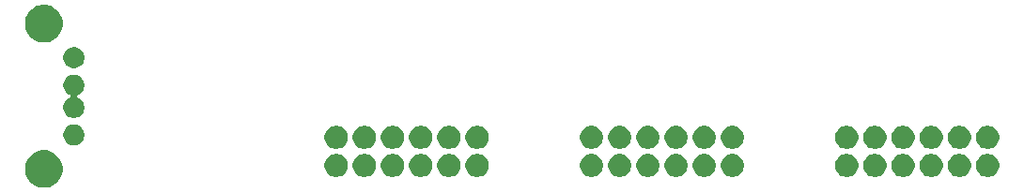
<source format=gbr>
G04 #@! TF.GenerationSoftware,KiCad,Pcbnew,5.0.2+dfsg1-1~bpo9+1*
G04 #@! TF.CreationDate,2019-09-17T17:26:26+02:00*
G04 #@! TF.ProjectId,HDMI_SD_expansion,48444d49-5f53-4445-9f65-7870616e7369,rev?*
G04 #@! TF.SameCoordinates,Original*
G04 #@! TF.FileFunction,Soldermask,Bot*
G04 #@! TF.FilePolarity,Negative*
%FSLAX46Y46*%
G04 Gerber Fmt 4.6, Leading zero omitted, Abs format (unit mm)*
G04 Created by KiCad (PCBNEW 5.0.2+dfsg1-1~bpo9+1) date Tue 17 Sep 2019 05:26:26 PM CEST*
%MOMM*%
%LPD*%
G01*
G04 APERTURE LIST*
%ADD10C,0.100000*%
G04 APERTURE END LIST*
D10*
G36*
X101797401Y-119413077D02*
X101797403Y-119413078D01*
X101797404Y-119413078D01*
X101911755Y-119460444D01*
X102106967Y-119541303D01*
X102385568Y-119727458D01*
X102622492Y-119964382D01*
X102808647Y-120242983D01*
X102936873Y-120552549D01*
X103002241Y-120881174D01*
X103002241Y-121216244D01*
X102936873Y-121544869D01*
X102808647Y-121854435D01*
X102622492Y-122133036D01*
X102385568Y-122369960D01*
X102106967Y-122556115D01*
X101911755Y-122636974D01*
X101797404Y-122684340D01*
X101797403Y-122684340D01*
X101797401Y-122684341D01*
X101468776Y-122749709D01*
X101133706Y-122749709D01*
X100805081Y-122684341D01*
X100805079Y-122684340D01*
X100805078Y-122684340D01*
X100690727Y-122636974D01*
X100495515Y-122556115D01*
X100216914Y-122369960D01*
X99979990Y-122133036D01*
X99793835Y-121854435D01*
X99665609Y-121544869D01*
X99600241Y-121216244D01*
X99600241Y-120881174D01*
X99665609Y-120552549D01*
X99793835Y-120242983D01*
X99979990Y-119964382D01*
X100216914Y-119727458D01*
X100495515Y-119541303D01*
X100690727Y-119460444D01*
X100805078Y-119413078D01*
X100805079Y-119413078D01*
X100805081Y-119413077D01*
X101133706Y-119347709D01*
X101468776Y-119347709D01*
X101797401Y-119413077D01*
X101797401Y-119413077D01*
G37*
G36*
X150957806Y-119708098D02*
X151149075Y-119787324D01*
X151321217Y-119902346D01*
X151467604Y-120048733D01*
X151582626Y-120220875D01*
X151661852Y-120412144D01*
X151702241Y-120615193D01*
X151702241Y-120822225D01*
X151661852Y-121025274D01*
X151582626Y-121216543D01*
X151467604Y-121388685D01*
X151321217Y-121535072D01*
X151149075Y-121650094D01*
X150957806Y-121729320D01*
X150754757Y-121769709D01*
X150547725Y-121769709D01*
X150344676Y-121729320D01*
X150153407Y-121650094D01*
X149981265Y-121535072D01*
X149834878Y-121388685D01*
X149719856Y-121216543D01*
X149640630Y-121025274D01*
X149600241Y-120822225D01*
X149600241Y-120615193D01*
X149640630Y-120412144D01*
X149719856Y-120220875D01*
X149834878Y-120048733D01*
X149981265Y-119902346D01*
X150153407Y-119787324D01*
X150344676Y-119708098D01*
X150547725Y-119667709D01*
X150754757Y-119667709D01*
X150957806Y-119708098D01*
X150957806Y-119708098D01*
G37*
G36*
X140657806Y-119708098D02*
X140849075Y-119787324D01*
X141021217Y-119902346D01*
X141167604Y-120048733D01*
X141282626Y-120220875D01*
X141361852Y-120412144D01*
X141402241Y-120615193D01*
X141402241Y-120822225D01*
X141361852Y-121025274D01*
X141282626Y-121216543D01*
X141167604Y-121388685D01*
X141021217Y-121535072D01*
X140849075Y-121650094D01*
X140657806Y-121729320D01*
X140454757Y-121769709D01*
X140247725Y-121769709D01*
X140044676Y-121729320D01*
X139853407Y-121650094D01*
X139681265Y-121535072D01*
X139534878Y-121388685D01*
X139419856Y-121216543D01*
X139340630Y-121025274D01*
X139300241Y-120822225D01*
X139300241Y-120615193D01*
X139340630Y-120412144D01*
X139419856Y-120220875D01*
X139534878Y-120048733D01*
X139681265Y-119902346D01*
X139853407Y-119787324D01*
X140044676Y-119708098D01*
X140247725Y-119667709D01*
X140454757Y-119667709D01*
X140657806Y-119708098D01*
X140657806Y-119708098D01*
G37*
G36*
X138117806Y-119708098D02*
X138309075Y-119787324D01*
X138481217Y-119902346D01*
X138627604Y-120048733D01*
X138742626Y-120220875D01*
X138821852Y-120412144D01*
X138862241Y-120615193D01*
X138862241Y-120822225D01*
X138821852Y-121025274D01*
X138742626Y-121216543D01*
X138627604Y-121388685D01*
X138481217Y-121535072D01*
X138309075Y-121650094D01*
X138117806Y-121729320D01*
X137914757Y-121769709D01*
X137707725Y-121769709D01*
X137504676Y-121729320D01*
X137313407Y-121650094D01*
X137141265Y-121535072D01*
X136994878Y-121388685D01*
X136879856Y-121216543D01*
X136800630Y-121025274D01*
X136760241Y-120822225D01*
X136760241Y-120615193D01*
X136800630Y-120412144D01*
X136879856Y-120220875D01*
X136994878Y-120048733D01*
X137141265Y-119902346D01*
X137313407Y-119787324D01*
X137504676Y-119708098D01*
X137707725Y-119667709D01*
X137914757Y-119667709D01*
X138117806Y-119708098D01*
X138117806Y-119708098D01*
G37*
G36*
X135577806Y-119708098D02*
X135769075Y-119787324D01*
X135941217Y-119902346D01*
X136087604Y-120048733D01*
X136202626Y-120220875D01*
X136281852Y-120412144D01*
X136322241Y-120615193D01*
X136322241Y-120822225D01*
X136281852Y-121025274D01*
X136202626Y-121216543D01*
X136087604Y-121388685D01*
X135941217Y-121535072D01*
X135769075Y-121650094D01*
X135577806Y-121729320D01*
X135374757Y-121769709D01*
X135167725Y-121769709D01*
X134964676Y-121729320D01*
X134773407Y-121650094D01*
X134601265Y-121535072D01*
X134454878Y-121388685D01*
X134339856Y-121216543D01*
X134260630Y-121025274D01*
X134220241Y-120822225D01*
X134220241Y-120615193D01*
X134260630Y-120412144D01*
X134339856Y-120220875D01*
X134454878Y-120048733D01*
X134601265Y-119902346D01*
X134773407Y-119787324D01*
X134964676Y-119708098D01*
X135167725Y-119667709D01*
X135374757Y-119667709D01*
X135577806Y-119708098D01*
X135577806Y-119708098D01*
G37*
G36*
X133037806Y-119708098D02*
X133229075Y-119787324D01*
X133401217Y-119902346D01*
X133547604Y-120048733D01*
X133662626Y-120220875D01*
X133741852Y-120412144D01*
X133782241Y-120615193D01*
X133782241Y-120822225D01*
X133741852Y-121025274D01*
X133662626Y-121216543D01*
X133547604Y-121388685D01*
X133401217Y-121535072D01*
X133229075Y-121650094D01*
X133037806Y-121729320D01*
X132834757Y-121769709D01*
X132627725Y-121769709D01*
X132424676Y-121729320D01*
X132233407Y-121650094D01*
X132061265Y-121535072D01*
X131914878Y-121388685D01*
X131799856Y-121216543D01*
X131720630Y-121025274D01*
X131680241Y-120822225D01*
X131680241Y-120615193D01*
X131720630Y-120412144D01*
X131799856Y-120220875D01*
X131914878Y-120048733D01*
X132061265Y-119902346D01*
X132233407Y-119787324D01*
X132424676Y-119708098D01*
X132627725Y-119667709D01*
X132834757Y-119667709D01*
X133037806Y-119708098D01*
X133037806Y-119708098D01*
G37*
G36*
X130497806Y-119708098D02*
X130689075Y-119787324D01*
X130861217Y-119902346D01*
X131007604Y-120048733D01*
X131122626Y-120220875D01*
X131201852Y-120412144D01*
X131242241Y-120615193D01*
X131242241Y-120822225D01*
X131201852Y-121025274D01*
X131122626Y-121216543D01*
X131007604Y-121388685D01*
X130861217Y-121535072D01*
X130689075Y-121650094D01*
X130497806Y-121729320D01*
X130294757Y-121769709D01*
X130087725Y-121769709D01*
X129884676Y-121729320D01*
X129693407Y-121650094D01*
X129521265Y-121535072D01*
X129374878Y-121388685D01*
X129259856Y-121216543D01*
X129180630Y-121025274D01*
X129140241Y-120822225D01*
X129140241Y-120615193D01*
X129180630Y-120412144D01*
X129259856Y-120220875D01*
X129374878Y-120048733D01*
X129521265Y-119902346D01*
X129693407Y-119787324D01*
X129884676Y-119708098D01*
X130087725Y-119667709D01*
X130294757Y-119667709D01*
X130497806Y-119708098D01*
X130497806Y-119708098D01*
G37*
G36*
X127957806Y-119708098D02*
X128149075Y-119787324D01*
X128321217Y-119902346D01*
X128467604Y-120048733D01*
X128582626Y-120220875D01*
X128661852Y-120412144D01*
X128702241Y-120615193D01*
X128702241Y-120822225D01*
X128661852Y-121025274D01*
X128582626Y-121216543D01*
X128467604Y-121388685D01*
X128321217Y-121535072D01*
X128149075Y-121650094D01*
X127957806Y-121729320D01*
X127754757Y-121769709D01*
X127547725Y-121769709D01*
X127344676Y-121729320D01*
X127153407Y-121650094D01*
X126981265Y-121535072D01*
X126834878Y-121388685D01*
X126719856Y-121216543D01*
X126640630Y-121025274D01*
X126600241Y-120822225D01*
X126600241Y-120615193D01*
X126640630Y-120412144D01*
X126719856Y-120220875D01*
X126834878Y-120048733D01*
X126981265Y-119902346D01*
X127153407Y-119787324D01*
X127344676Y-119708098D01*
X127547725Y-119667709D01*
X127754757Y-119667709D01*
X127957806Y-119708098D01*
X127957806Y-119708098D01*
G37*
G36*
X184117806Y-119708098D02*
X184309075Y-119787324D01*
X184481217Y-119902346D01*
X184627604Y-120048733D01*
X184742626Y-120220875D01*
X184821852Y-120412144D01*
X184862241Y-120615193D01*
X184862241Y-120822225D01*
X184821852Y-121025274D01*
X184742626Y-121216543D01*
X184627604Y-121388685D01*
X184481217Y-121535072D01*
X184309075Y-121650094D01*
X184117806Y-121729320D01*
X183914757Y-121769709D01*
X183707725Y-121769709D01*
X183504676Y-121729320D01*
X183313407Y-121650094D01*
X183141265Y-121535072D01*
X182994878Y-121388685D01*
X182879856Y-121216543D01*
X182800630Y-121025274D01*
X182760241Y-120822225D01*
X182760241Y-120615193D01*
X182800630Y-120412144D01*
X182879856Y-120220875D01*
X182994878Y-120048733D01*
X183141265Y-119902346D01*
X183313407Y-119787324D01*
X183504676Y-119708098D01*
X183707725Y-119667709D01*
X183914757Y-119667709D01*
X184117806Y-119708098D01*
X184117806Y-119708098D01*
G37*
G36*
X181577806Y-119708098D02*
X181769075Y-119787324D01*
X181941217Y-119902346D01*
X182087604Y-120048733D01*
X182202626Y-120220875D01*
X182281852Y-120412144D01*
X182322241Y-120615193D01*
X182322241Y-120822225D01*
X182281852Y-121025274D01*
X182202626Y-121216543D01*
X182087604Y-121388685D01*
X181941217Y-121535072D01*
X181769075Y-121650094D01*
X181577806Y-121729320D01*
X181374757Y-121769709D01*
X181167725Y-121769709D01*
X180964676Y-121729320D01*
X180773407Y-121650094D01*
X180601265Y-121535072D01*
X180454878Y-121388685D01*
X180339856Y-121216543D01*
X180260630Y-121025274D01*
X180220241Y-120822225D01*
X180220241Y-120615193D01*
X180260630Y-120412144D01*
X180339856Y-120220875D01*
X180454878Y-120048733D01*
X180601265Y-119902346D01*
X180773407Y-119787324D01*
X180964676Y-119708098D01*
X181167725Y-119667709D01*
X181374757Y-119667709D01*
X181577806Y-119708098D01*
X181577806Y-119708098D01*
G37*
G36*
X176497806Y-119708098D02*
X176689075Y-119787324D01*
X176861217Y-119902346D01*
X177007604Y-120048733D01*
X177122626Y-120220875D01*
X177201852Y-120412144D01*
X177242241Y-120615193D01*
X177242241Y-120822225D01*
X177201852Y-121025274D01*
X177122626Y-121216543D01*
X177007604Y-121388685D01*
X176861217Y-121535072D01*
X176689075Y-121650094D01*
X176497806Y-121729320D01*
X176294757Y-121769709D01*
X176087725Y-121769709D01*
X175884676Y-121729320D01*
X175693407Y-121650094D01*
X175521265Y-121535072D01*
X175374878Y-121388685D01*
X175259856Y-121216543D01*
X175180630Y-121025274D01*
X175140241Y-120822225D01*
X175140241Y-120615193D01*
X175180630Y-120412144D01*
X175259856Y-120220875D01*
X175374878Y-120048733D01*
X175521265Y-119902346D01*
X175693407Y-119787324D01*
X175884676Y-119708098D01*
X176087725Y-119667709D01*
X176294757Y-119667709D01*
X176497806Y-119708098D01*
X176497806Y-119708098D01*
G37*
G36*
X173957806Y-119708098D02*
X174149075Y-119787324D01*
X174321217Y-119902346D01*
X174467604Y-120048733D01*
X174582626Y-120220875D01*
X174661852Y-120412144D01*
X174702241Y-120615193D01*
X174702241Y-120822225D01*
X174661852Y-121025274D01*
X174582626Y-121216543D01*
X174467604Y-121388685D01*
X174321217Y-121535072D01*
X174149075Y-121650094D01*
X173957806Y-121729320D01*
X173754757Y-121769709D01*
X173547725Y-121769709D01*
X173344676Y-121729320D01*
X173153407Y-121650094D01*
X172981265Y-121535072D01*
X172834878Y-121388685D01*
X172719856Y-121216543D01*
X172640630Y-121025274D01*
X172600241Y-120822225D01*
X172600241Y-120615193D01*
X172640630Y-120412144D01*
X172719856Y-120220875D01*
X172834878Y-120048733D01*
X172981265Y-119902346D01*
X173153407Y-119787324D01*
X173344676Y-119708098D01*
X173547725Y-119667709D01*
X173754757Y-119667709D01*
X173957806Y-119708098D01*
X173957806Y-119708098D01*
G37*
G36*
X163657806Y-119708098D02*
X163849075Y-119787324D01*
X164021217Y-119902346D01*
X164167604Y-120048733D01*
X164282626Y-120220875D01*
X164361852Y-120412144D01*
X164402241Y-120615193D01*
X164402241Y-120822225D01*
X164361852Y-121025274D01*
X164282626Y-121216543D01*
X164167604Y-121388685D01*
X164021217Y-121535072D01*
X163849075Y-121650094D01*
X163657806Y-121729320D01*
X163454757Y-121769709D01*
X163247725Y-121769709D01*
X163044676Y-121729320D01*
X162853407Y-121650094D01*
X162681265Y-121535072D01*
X162534878Y-121388685D01*
X162419856Y-121216543D01*
X162340630Y-121025274D01*
X162300241Y-120822225D01*
X162300241Y-120615193D01*
X162340630Y-120412144D01*
X162419856Y-120220875D01*
X162534878Y-120048733D01*
X162681265Y-119902346D01*
X162853407Y-119787324D01*
X163044676Y-119708098D01*
X163247725Y-119667709D01*
X163454757Y-119667709D01*
X163657806Y-119708098D01*
X163657806Y-119708098D01*
G37*
G36*
X161117806Y-119708098D02*
X161309075Y-119787324D01*
X161481217Y-119902346D01*
X161627604Y-120048733D01*
X161742626Y-120220875D01*
X161821852Y-120412144D01*
X161862241Y-120615193D01*
X161862241Y-120822225D01*
X161821852Y-121025274D01*
X161742626Y-121216543D01*
X161627604Y-121388685D01*
X161481217Y-121535072D01*
X161309075Y-121650094D01*
X161117806Y-121729320D01*
X160914757Y-121769709D01*
X160707725Y-121769709D01*
X160504676Y-121729320D01*
X160313407Y-121650094D01*
X160141265Y-121535072D01*
X159994878Y-121388685D01*
X159879856Y-121216543D01*
X159800630Y-121025274D01*
X159760241Y-120822225D01*
X159760241Y-120615193D01*
X159800630Y-120412144D01*
X159879856Y-120220875D01*
X159994878Y-120048733D01*
X160141265Y-119902346D01*
X160313407Y-119787324D01*
X160504676Y-119708098D01*
X160707725Y-119667709D01*
X160914757Y-119667709D01*
X161117806Y-119708098D01*
X161117806Y-119708098D01*
G37*
G36*
X158577806Y-119708098D02*
X158769075Y-119787324D01*
X158941217Y-119902346D01*
X159087604Y-120048733D01*
X159202626Y-120220875D01*
X159281852Y-120412144D01*
X159322241Y-120615193D01*
X159322241Y-120822225D01*
X159281852Y-121025274D01*
X159202626Y-121216543D01*
X159087604Y-121388685D01*
X158941217Y-121535072D01*
X158769075Y-121650094D01*
X158577806Y-121729320D01*
X158374757Y-121769709D01*
X158167725Y-121769709D01*
X157964676Y-121729320D01*
X157773407Y-121650094D01*
X157601265Y-121535072D01*
X157454878Y-121388685D01*
X157339856Y-121216543D01*
X157260630Y-121025274D01*
X157220241Y-120822225D01*
X157220241Y-120615193D01*
X157260630Y-120412144D01*
X157339856Y-120220875D01*
X157454878Y-120048733D01*
X157601265Y-119902346D01*
X157773407Y-119787324D01*
X157964676Y-119708098D01*
X158167725Y-119667709D01*
X158374757Y-119667709D01*
X158577806Y-119708098D01*
X158577806Y-119708098D01*
G37*
G36*
X156037806Y-119708098D02*
X156229075Y-119787324D01*
X156401217Y-119902346D01*
X156547604Y-120048733D01*
X156662626Y-120220875D01*
X156741852Y-120412144D01*
X156782241Y-120615193D01*
X156782241Y-120822225D01*
X156741852Y-121025274D01*
X156662626Y-121216543D01*
X156547604Y-121388685D01*
X156401217Y-121535072D01*
X156229075Y-121650094D01*
X156037806Y-121729320D01*
X155834757Y-121769709D01*
X155627725Y-121769709D01*
X155424676Y-121729320D01*
X155233407Y-121650094D01*
X155061265Y-121535072D01*
X154914878Y-121388685D01*
X154799856Y-121216543D01*
X154720630Y-121025274D01*
X154680241Y-120822225D01*
X154680241Y-120615193D01*
X154720630Y-120412144D01*
X154799856Y-120220875D01*
X154914878Y-120048733D01*
X155061265Y-119902346D01*
X155233407Y-119787324D01*
X155424676Y-119708098D01*
X155627725Y-119667709D01*
X155834757Y-119667709D01*
X156037806Y-119708098D01*
X156037806Y-119708098D01*
G37*
G36*
X153497806Y-119708098D02*
X153689075Y-119787324D01*
X153861217Y-119902346D01*
X154007604Y-120048733D01*
X154122626Y-120220875D01*
X154201852Y-120412144D01*
X154242241Y-120615193D01*
X154242241Y-120822225D01*
X154201852Y-121025274D01*
X154122626Y-121216543D01*
X154007604Y-121388685D01*
X153861217Y-121535072D01*
X153689075Y-121650094D01*
X153497806Y-121729320D01*
X153294757Y-121769709D01*
X153087725Y-121769709D01*
X152884676Y-121729320D01*
X152693407Y-121650094D01*
X152521265Y-121535072D01*
X152374878Y-121388685D01*
X152259856Y-121216543D01*
X152180630Y-121025274D01*
X152140241Y-120822225D01*
X152140241Y-120615193D01*
X152180630Y-120412144D01*
X152259856Y-120220875D01*
X152374878Y-120048733D01*
X152521265Y-119902346D01*
X152693407Y-119787324D01*
X152884676Y-119708098D01*
X153087725Y-119667709D01*
X153294757Y-119667709D01*
X153497806Y-119708098D01*
X153497806Y-119708098D01*
G37*
G36*
X186657806Y-119708098D02*
X186849075Y-119787324D01*
X187021217Y-119902346D01*
X187167604Y-120048733D01*
X187282626Y-120220875D01*
X187361852Y-120412144D01*
X187402241Y-120615193D01*
X187402241Y-120822225D01*
X187361852Y-121025274D01*
X187282626Y-121216543D01*
X187167604Y-121388685D01*
X187021217Y-121535072D01*
X186849075Y-121650094D01*
X186657806Y-121729320D01*
X186454757Y-121769709D01*
X186247725Y-121769709D01*
X186044676Y-121729320D01*
X185853407Y-121650094D01*
X185681265Y-121535072D01*
X185534878Y-121388685D01*
X185419856Y-121216543D01*
X185340630Y-121025274D01*
X185300241Y-120822225D01*
X185300241Y-120615193D01*
X185340630Y-120412144D01*
X185419856Y-120220875D01*
X185534878Y-120048733D01*
X185681265Y-119902346D01*
X185853407Y-119787324D01*
X186044676Y-119708098D01*
X186247725Y-119667709D01*
X186454757Y-119667709D01*
X186657806Y-119708098D01*
X186657806Y-119708098D01*
G37*
G36*
X179037806Y-119708098D02*
X179229075Y-119787324D01*
X179401217Y-119902346D01*
X179547604Y-120048733D01*
X179662626Y-120220875D01*
X179741852Y-120412144D01*
X179782241Y-120615193D01*
X179782241Y-120822225D01*
X179741852Y-121025274D01*
X179662626Y-121216543D01*
X179547604Y-121388685D01*
X179401217Y-121535072D01*
X179229075Y-121650094D01*
X179037806Y-121729320D01*
X178834757Y-121769709D01*
X178627725Y-121769709D01*
X178424676Y-121729320D01*
X178233407Y-121650094D01*
X178061265Y-121535072D01*
X177914878Y-121388685D01*
X177799856Y-121216543D01*
X177720630Y-121025274D01*
X177680241Y-120822225D01*
X177680241Y-120615193D01*
X177720630Y-120412144D01*
X177799856Y-120220875D01*
X177914878Y-120048733D01*
X178061265Y-119902346D01*
X178233407Y-119787324D01*
X178424676Y-119708098D01*
X178627725Y-119667709D01*
X178834757Y-119667709D01*
X179037806Y-119708098D01*
X179037806Y-119708098D01*
G37*
G36*
X133037806Y-117168098D02*
X133229075Y-117247324D01*
X133401217Y-117362346D01*
X133547604Y-117508733D01*
X133662626Y-117680875D01*
X133741852Y-117872144D01*
X133782241Y-118075193D01*
X133782241Y-118282225D01*
X133741852Y-118485274D01*
X133662626Y-118676543D01*
X133547604Y-118848685D01*
X133401217Y-118995072D01*
X133229075Y-119110094D01*
X133037806Y-119189320D01*
X132834757Y-119229709D01*
X132627725Y-119229709D01*
X132424676Y-119189320D01*
X132233407Y-119110094D01*
X132061265Y-118995072D01*
X131914878Y-118848685D01*
X131799856Y-118676543D01*
X131720630Y-118485274D01*
X131680241Y-118282225D01*
X131680241Y-118075193D01*
X131720630Y-117872144D01*
X131799856Y-117680875D01*
X131914878Y-117508733D01*
X132061265Y-117362346D01*
X132233407Y-117247324D01*
X132424676Y-117168098D01*
X132627725Y-117127709D01*
X132834757Y-117127709D01*
X133037806Y-117168098D01*
X133037806Y-117168098D01*
G37*
G36*
X130497806Y-117168098D02*
X130689075Y-117247324D01*
X130861217Y-117362346D01*
X131007604Y-117508733D01*
X131122626Y-117680875D01*
X131201852Y-117872144D01*
X131242241Y-118075193D01*
X131242241Y-118282225D01*
X131201852Y-118485274D01*
X131122626Y-118676543D01*
X131007604Y-118848685D01*
X130861217Y-118995072D01*
X130689075Y-119110094D01*
X130497806Y-119189320D01*
X130294757Y-119229709D01*
X130087725Y-119229709D01*
X129884676Y-119189320D01*
X129693407Y-119110094D01*
X129521265Y-118995072D01*
X129374878Y-118848685D01*
X129259856Y-118676543D01*
X129180630Y-118485274D01*
X129140241Y-118282225D01*
X129140241Y-118075193D01*
X129180630Y-117872144D01*
X129259856Y-117680875D01*
X129374878Y-117508733D01*
X129521265Y-117362346D01*
X129693407Y-117247324D01*
X129884676Y-117168098D01*
X130087725Y-117127709D01*
X130294757Y-117127709D01*
X130497806Y-117168098D01*
X130497806Y-117168098D01*
G37*
G36*
X127957806Y-117168098D02*
X128149075Y-117247324D01*
X128321217Y-117362346D01*
X128467604Y-117508733D01*
X128582626Y-117680875D01*
X128661852Y-117872144D01*
X128702241Y-118075193D01*
X128702241Y-118282225D01*
X128661852Y-118485274D01*
X128582626Y-118676543D01*
X128467604Y-118848685D01*
X128321217Y-118995072D01*
X128149075Y-119110094D01*
X127957806Y-119189320D01*
X127754757Y-119229709D01*
X127547725Y-119229709D01*
X127344676Y-119189320D01*
X127153407Y-119110094D01*
X126981265Y-118995072D01*
X126834878Y-118848685D01*
X126719856Y-118676543D01*
X126640630Y-118485274D01*
X126600241Y-118282225D01*
X126600241Y-118075193D01*
X126640630Y-117872144D01*
X126719856Y-117680875D01*
X126834878Y-117508733D01*
X126981265Y-117362346D01*
X127153407Y-117247324D01*
X127344676Y-117168098D01*
X127547725Y-117127709D01*
X127754757Y-117127709D01*
X127957806Y-117168098D01*
X127957806Y-117168098D01*
G37*
G36*
X156037806Y-117168098D02*
X156229075Y-117247324D01*
X156401217Y-117362346D01*
X156547604Y-117508733D01*
X156662626Y-117680875D01*
X156741852Y-117872144D01*
X156782241Y-118075193D01*
X156782241Y-118282225D01*
X156741852Y-118485274D01*
X156662626Y-118676543D01*
X156547604Y-118848685D01*
X156401217Y-118995072D01*
X156229075Y-119110094D01*
X156037806Y-119189320D01*
X155834757Y-119229709D01*
X155627725Y-119229709D01*
X155424676Y-119189320D01*
X155233407Y-119110094D01*
X155061265Y-118995072D01*
X154914878Y-118848685D01*
X154799856Y-118676543D01*
X154720630Y-118485274D01*
X154680241Y-118282225D01*
X154680241Y-118075193D01*
X154720630Y-117872144D01*
X154799856Y-117680875D01*
X154914878Y-117508733D01*
X155061265Y-117362346D01*
X155233407Y-117247324D01*
X155424676Y-117168098D01*
X155627725Y-117127709D01*
X155834757Y-117127709D01*
X156037806Y-117168098D01*
X156037806Y-117168098D01*
G37*
G36*
X163657806Y-117168098D02*
X163849075Y-117247324D01*
X164021217Y-117362346D01*
X164167604Y-117508733D01*
X164282626Y-117680875D01*
X164361852Y-117872144D01*
X164402241Y-118075193D01*
X164402241Y-118282225D01*
X164361852Y-118485274D01*
X164282626Y-118676543D01*
X164167604Y-118848685D01*
X164021217Y-118995072D01*
X163849075Y-119110094D01*
X163657806Y-119189320D01*
X163454757Y-119229709D01*
X163247725Y-119229709D01*
X163044676Y-119189320D01*
X162853407Y-119110094D01*
X162681265Y-118995072D01*
X162534878Y-118848685D01*
X162419856Y-118676543D01*
X162340630Y-118485274D01*
X162300241Y-118282225D01*
X162300241Y-118075193D01*
X162340630Y-117872144D01*
X162419856Y-117680875D01*
X162534878Y-117508733D01*
X162681265Y-117362346D01*
X162853407Y-117247324D01*
X163044676Y-117168098D01*
X163247725Y-117127709D01*
X163454757Y-117127709D01*
X163657806Y-117168098D01*
X163657806Y-117168098D01*
G37*
G36*
X161117806Y-117168098D02*
X161309075Y-117247324D01*
X161481217Y-117362346D01*
X161627604Y-117508733D01*
X161742626Y-117680875D01*
X161821852Y-117872144D01*
X161862241Y-118075193D01*
X161862241Y-118282225D01*
X161821852Y-118485274D01*
X161742626Y-118676543D01*
X161627604Y-118848685D01*
X161481217Y-118995072D01*
X161309075Y-119110094D01*
X161117806Y-119189320D01*
X160914757Y-119229709D01*
X160707725Y-119229709D01*
X160504676Y-119189320D01*
X160313407Y-119110094D01*
X160141265Y-118995072D01*
X159994878Y-118848685D01*
X159879856Y-118676543D01*
X159800630Y-118485274D01*
X159760241Y-118282225D01*
X159760241Y-118075193D01*
X159800630Y-117872144D01*
X159879856Y-117680875D01*
X159994878Y-117508733D01*
X160141265Y-117362346D01*
X160313407Y-117247324D01*
X160504676Y-117168098D01*
X160707725Y-117127709D01*
X160914757Y-117127709D01*
X161117806Y-117168098D01*
X161117806Y-117168098D01*
G37*
G36*
X158577806Y-117168098D02*
X158769075Y-117247324D01*
X158941217Y-117362346D01*
X159087604Y-117508733D01*
X159202626Y-117680875D01*
X159281852Y-117872144D01*
X159322241Y-118075193D01*
X159322241Y-118282225D01*
X159281852Y-118485274D01*
X159202626Y-118676543D01*
X159087604Y-118848685D01*
X158941217Y-118995072D01*
X158769075Y-119110094D01*
X158577806Y-119189320D01*
X158374757Y-119229709D01*
X158167725Y-119229709D01*
X157964676Y-119189320D01*
X157773407Y-119110094D01*
X157601265Y-118995072D01*
X157454878Y-118848685D01*
X157339856Y-118676543D01*
X157260630Y-118485274D01*
X157220241Y-118282225D01*
X157220241Y-118075193D01*
X157260630Y-117872144D01*
X157339856Y-117680875D01*
X157454878Y-117508733D01*
X157601265Y-117362346D01*
X157773407Y-117247324D01*
X157964676Y-117168098D01*
X158167725Y-117127709D01*
X158374757Y-117127709D01*
X158577806Y-117168098D01*
X158577806Y-117168098D01*
G37*
G36*
X179037806Y-117168098D02*
X179229075Y-117247324D01*
X179401217Y-117362346D01*
X179547604Y-117508733D01*
X179662626Y-117680875D01*
X179741852Y-117872144D01*
X179782241Y-118075193D01*
X179782241Y-118282225D01*
X179741852Y-118485274D01*
X179662626Y-118676543D01*
X179547604Y-118848685D01*
X179401217Y-118995072D01*
X179229075Y-119110094D01*
X179037806Y-119189320D01*
X178834757Y-119229709D01*
X178627725Y-119229709D01*
X178424676Y-119189320D01*
X178233407Y-119110094D01*
X178061265Y-118995072D01*
X177914878Y-118848685D01*
X177799856Y-118676543D01*
X177720630Y-118485274D01*
X177680241Y-118282225D01*
X177680241Y-118075193D01*
X177720630Y-117872144D01*
X177799856Y-117680875D01*
X177914878Y-117508733D01*
X178061265Y-117362346D01*
X178233407Y-117247324D01*
X178424676Y-117168098D01*
X178627725Y-117127709D01*
X178834757Y-117127709D01*
X179037806Y-117168098D01*
X179037806Y-117168098D01*
G37*
G36*
X153497806Y-117168098D02*
X153689075Y-117247324D01*
X153861217Y-117362346D01*
X154007604Y-117508733D01*
X154122626Y-117680875D01*
X154201852Y-117872144D01*
X154242241Y-118075193D01*
X154242241Y-118282225D01*
X154201852Y-118485274D01*
X154122626Y-118676543D01*
X154007604Y-118848685D01*
X153861217Y-118995072D01*
X153689075Y-119110094D01*
X153497806Y-119189320D01*
X153294757Y-119229709D01*
X153087725Y-119229709D01*
X152884676Y-119189320D01*
X152693407Y-119110094D01*
X152521265Y-118995072D01*
X152374878Y-118848685D01*
X152259856Y-118676543D01*
X152180630Y-118485274D01*
X152140241Y-118282225D01*
X152140241Y-118075193D01*
X152180630Y-117872144D01*
X152259856Y-117680875D01*
X152374878Y-117508733D01*
X152521265Y-117362346D01*
X152693407Y-117247324D01*
X152884676Y-117168098D01*
X153087725Y-117127709D01*
X153294757Y-117127709D01*
X153497806Y-117168098D01*
X153497806Y-117168098D01*
G37*
G36*
X135577806Y-117168098D02*
X135769075Y-117247324D01*
X135941217Y-117362346D01*
X136087604Y-117508733D01*
X136202626Y-117680875D01*
X136281852Y-117872144D01*
X136322241Y-118075193D01*
X136322241Y-118282225D01*
X136281852Y-118485274D01*
X136202626Y-118676543D01*
X136087604Y-118848685D01*
X135941217Y-118995072D01*
X135769075Y-119110094D01*
X135577806Y-119189320D01*
X135374757Y-119229709D01*
X135167725Y-119229709D01*
X134964676Y-119189320D01*
X134773407Y-119110094D01*
X134601265Y-118995072D01*
X134454878Y-118848685D01*
X134339856Y-118676543D01*
X134260630Y-118485274D01*
X134220241Y-118282225D01*
X134220241Y-118075193D01*
X134260630Y-117872144D01*
X134339856Y-117680875D01*
X134454878Y-117508733D01*
X134601265Y-117362346D01*
X134773407Y-117247324D01*
X134964676Y-117168098D01*
X135167725Y-117127709D01*
X135374757Y-117127709D01*
X135577806Y-117168098D01*
X135577806Y-117168098D01*
G37*
G36*
X138117806Y-117168098D02*
X138309075Y-117247324D01*
X138481217Y-117362346D01*
X138627604Y-117508733D01*
X138742626Y-117680875D01*
X138821852Y-117872144D01*
X138862241Y-118075193D01*
X138862241Y-118282225D01*
X138821852Y-118485274D01*
X138742626Y-118676543D01*
X138627604Y-118848685D01*
X138481217Y-118995072D01*
X138309075Y-119110094D01*
X138117806Y-119189320D01*
X137914757Y-119229709D01*
X137707725Y-119229709D01*
X137504676Y-119189320D01*
X137313407Y-119110094D01*
X137141265Y-118995072D01*
X136994878Y-118848685D01*
X136879856Y-118676543D01*
X136800630Y-118485274D01*
X136760241Y-118282225D01*
X136760241Y-118075193D01*
X136800630Y-117872144D01*
X136879856Y-117680875D01*
X136994878Y-117508733D01*
X137141265Y-117362346D01*
X137313407Y-117247324D01*
X137504676Y-117168098D01*
X137707725Y-117127709D01*
X137914757Y-117127709D01*
X138117806Y-117168098D01*
X138117806Y-117168098D01*
G37*
G36*
X140657806Y-117168098D02*
X140849075Y-117247324D01*
X141021217Y-117362346D01*
X141167604Y-117508733D01*
X141282626Y-117680875D01*
X141361852Y-117872144D01*
X141402241Y-118075193D01*
X141402241Y-118282225D01*
X141361852Y-118485274D01*
X141282626Y-118676543D01*
X141167604Y-118848685D01*
X141021217Y-118995072D01*
X140849075Y-119110094D01*
X140657806Y-119189320D01*
X140454757Y-119229709D01*
X140247725Y-119229709D01*
X140044676Y-119189320D01*
X139853407Y-119110094D01*
X139681265Y-118995072D01*
X139534878Y-118848685D01*
X139419856Y-118676543D01*
X139340630Y-118485274D01*
X139300241Y-118282225D01*
X139300241Y-118075193D01*
X139340630Y-117872144D01*
X139419856Y-117680875D01*
X139534878Y-117508733D01*
X139681265Y-117362346D01*
X139853407Y-117247324D01*
X140044676Y-117168098D01*
X140247725Y-117127709D01*
X140454757Y-117127709D01*
X140657806Y-117168098D01*
X140657806Y-117168098D01*
G37*
G36*
X173957806Y-117168098D02*
X174149075Y-117247324D01*
X174321217Y-117362346D01*
X174467604Y-117508733D01*
X174582626Y-117680875D01*
X174661852Y-117872144D01*
X174702241Y-118075193D01*
X174702241Y-118282225D01*
X174661852Y-118485274D01*
X174582626Y-118676543D01*
X174467604Y-118848685D01*
X174321217Y-118995072D01*
X174149075Y-119110094D01*
X173957806Y-119189320D01*
X173754757Y-119229709D01*
X173547725Y-119229709D01*
X173344676Y-119189320D01*
X173153407Y-119110094D01*
X172981265Y-118995072D01*
X172834878Y-118848685D01*
X172719856Y-118676543D01*
X172640630Y-118485274D01*
X172600241Y-118282225D01*
X172600241Y-118075193D01*
X172640630Y-117872144D01*
X172719856Y-117680875D01*
X172834878Y-117508733D01*
X172981265Y-117362346D01*
X173153407Y-117247324D01*
X173344676Y-117168098D01*
X173547725Y-117127709D01*
X173754757Y-117127709D01*
X173957806Y-117168098D01*
X173957806Y-117168098D01*
G37*
G36*
X176497806Y-117168098D02*
X176689075Y-117247324D01*
X176861217Y-117362346D01*
X177007604Y-117508733D01*
X177122626Y-117680875D01*
X177201852Y-117872144D01*
X177242241Y-118075193D01*
X177242241Y-118282225D01*
X177201852Y-118485274D01*
X177122626Y-118676543D01*
X177007604Y-118848685D01*
X176861217Y-118995072D01*
X176689075Y-119110094D01*
X176497806Y-119189320D01*
X176294757Y-119229709D01*
X176087725Y-119229709D01*
X175884676Y-119189320D01*
X175693407Y-119110094D01*
X175521265Y-118995072D01*
X175374878Y-118848685D01*
X175259856Y-118676543D01*
X175180630Y-118485274D01*
X175140241Y-118282225D01*
X175140241Y-118075193D01*
X175180630Y-117872144D01*
X175259856Y-117680875D01*
X175374878Y-117508733D01*
X175521265Y-117362346D01*
X175693407Y-117247324D01*
X175884676Y-117168098D01*
X176087725Y-117127709D01*
X176294757Y-117127709D01*
X176497806Y-117168098D01*
X176497806Y-117168098D01*
G37*
G36*
X181577806Y-117168098D02*
X181769075Y-117247324D01*
X181941217Y-117362346D01*
X182087604Y-117508733D01*
X182202626Y-117680875D01*
X182281852Y-117872144D01*
X182322241Y-118075193D01*
X182322241Y-118282225D01*
X182281852Y-118485274D01*
X182202626Y-118676543D01*
X182087604Y-118848685D01*
X181941217Y-118995072D01*
X181769075Y-119110094D01*
X181577806Y-119189320D01*
X181374757Y-119229709D01*
X181167725Y-119229709D01*
X180964676Y-119189320D01*
X180773407Y-119110094D01*
X180601265Y-118995072D01*
X180454878Y-118848685D01*
X180339856Y-118676543D01*
X180260630Y-118485274D01*
X180220241Y-118282225D01*
X180220241Y-118075193D01*
X180260630Y-117872144D01*
X180339856Y-117680875D01*
X180454878Y-117508733D01*
X180601265Y-117362346D01*
X180773407Y-117247324D01*
X180964676Y-117168098D01*
X181167725Y-117127709D01*
X181374757Y-117127709D01*
X181577806Y-117168098D01*
X181577806Y-117168098D01*
G37*
G36*
X184117806Y-117168098D02*
X184309075Y-117247324D01*
X184481217Y-117362346D01*
X184627604Y-117508733D01*
X184742626Y-117680875D01*
X184821852Y-117872144D01*
X184862241Y-118075193D01*
X184862241Y-118282225D01*
X184821852Y-118485274D01*
X184742626Y-118676543D01*
X184627604Y-118848685D01*
X184481217Y-118995072D01*
X184309075Y-119110094D01*
X184117806Y-119189320D01*
X183914757Y-119229709D01*
X183707725Y-119229709D01*
X183504676Y-119189320D01*
X183313407Y-119110094D01*
X183141265Y-118995072D01*
X182994878Y-118848685D01*
X182879856Y-118676543D01*
X182800630Y-118485274D01*
X182760241Y-118282225D01*
X182760241Y-118075193D01*
X182800630Y-117872144D01*
X182879856Y-117680875D01*
X182994878Y-117508733D01*
X183141265Y-117362346D01*
X183313407Y-117247324D01*
X183504676Y-117168098D01*
X183707725Y-117127709D01*
X183914757Y-117127709D01*
X184117806Y-117168098D01*
X184117806Y-117168098D01*
G37*
G36*
X186657806Y-117168098D02*
X186849075Y-117247324D01*
X187021217Y-117362346D01*
X187167604Y-117508733D01*
X187282626Y-117680875D01*
X187361852Y-117872144D01*
X187402241Y-118075193D01*
X187402241Y-118282225D01*
X187361852Y-118485274D01*
X187282626Y-118676543D01*
X187167604Y-118848685D01*
X187021217Y-118995072D01*
X186849075Y-119110094D01*
X186657806Y-119189320D01*
X186454757Y-119229709D01*
X186247725Y-119229709D01*
X186044676Y-119189320D01*
X185853407Y-119110094D01*
X185681265Y-118995072D01*
X185534878Y-118848685D01*
X185419856Y-118676543D01*
X185340630Y-118485274D01*
X185300241Y-118282225D01*
X185300241Y-118075193D01*
X185340630Y-117872144D01*
X185419856Y-117680875D01*
X185534878Y-117508733D01*
X185681265Y-117362346D01*
X185853407Y-117247324D01*
X186044676Y-117168098D01*
X186247725Y-117127709D01*
X186454757Y-117127709D01*
X186657806Y-117168098D01*
X186657806Y-117168098D01*
G37*
G36*
X150957806Y-117168098D02*
X151149075Y-117247324D01*
X151321217Y-117362346D01*
X151467604Y-117508733D01*
X151582626Y-117680875D01*
X151661852Y-117872144D01*
X151702241Y-118075193D01*
X151702241Y-118282225D01*
X151661852Y-118485274D01*
X151582626Y-118676543D01*
X151467604Y-118848685D01*
X151321217Y-118995072D01*
X151149075Y-119110094D01*
X150957806Y-119189320D01*
X150754757Y-119229709D01*
X150547725Y-119229709D01*
X150344676Y-119189320D01*
X150153407Y-119110094D01*
X149981265Y-118995072D01*
X149834878Y-118848685D01*
X149719856Y-118676543D01*
X149640630Y-118485274D01*
X149600241Y-118282225D01*
X149600241Y-118075193D01*
X149640630Y-117872144D01*
X149719856Y-117680875D01*
X149834878Y-117508733D01*
X149981265Y-117362346D01*
X150153407Y-117247324D01*
X150344676Y-117168098D01*
X150547725Y-117127709D01*
X150754757Y-117127709D01*
X150957806Y-117168098D01*
X150957806Y-117168098D01*
G37*
G36*
X104288637Y-117064255D02*
X104461707Y-117135943D01*
X104617471Y-117240021D01*
X104749929Y-117372479D01*
X104854007Y-117528243D01*
X104925695Y-117701313D01*
X104962241Y-117885042D01*
X104962241Y-118072376D01*
X104925695Y-118256105D01*
X104854007Y-118429175D01*
X104749929Y-118584939D01*
X104617471Y-118717397D01*
X104461707Y-118821475D01*
X104288637Y-118893163D01*
X104104908Y-118929709D01*
X103917574Y-118929709D01*
X103733845Y-118893163D01*
X103560775Y-118821475D01*
X103405011Y-118717397D01*
X103272553Y-118584939D01*
X103168475Y-118429175D01*
X103096787Y-118256105D01*
X103060241Y-118072376D01*
X103060241Y-117885042D01*
X103096787Y-117701313D01*
X103168475Y-117528243D01*
X103272553Y-117372479D01*
X103405011Y-117240021D01*
X103560775Y-117135943D01*
X103733845Y-117064255D01*
X103917574Y-117027709D01*
X104104908Y-117027709D01*
X104288637Y-117064255D01*
X104288637Y-117064255D01*
G37*
G36*
X104288637Y-112564255D02*
X104461707Y-112635943D01*
X104617471Y-112740021D01*
X104749929Y-112872479D01*
X104854007Y-113028243D01*
X104925695Y-113201313D01*
X104962241Y-113385042D01*
X104962241Y-113572376D01*
X104925695Y-113756105D01*
X104854007Y-113929175D01*
X104749929Y-114084939D01*
X104617471Y-114217397D01*
X104461707Y-114321475D01*
X104360916Y-114363224D01*
X104339305Y-114374775D01*
X104320363Y-114390321D01*
X104304817Y-114409263D01*
X104293266Y-114430873D01*
X104286153Y-114454323D01*
X104283751Y-114478709D01*
X104286153Y-114503095D01*
X104293266Y-114526544D01*
X104304817Y-114548155D01*
X104320363Y-114567097D01*
X104339305Y-114582643D01*
X104360916Y-114594194D01*
X104461707Y-114635943D01*
X104617471Y-114740021D01*
X104749929Y-114872479D01*
X104854007Y-115028243D01*
X104925695Y-115201313D01*
X104962241Y-115385042D01*
X104962241Y-115572376D01*
X104925695Y-115756105D01*
X104854007Y-115929175D01*
X104749929Y-116084939D01*
X104617471Y-116217397D01*
X104461707Y-116321475D01*
X104288637Y-116393163D01*
X104104908Y-116429709D01*
X103917574Y-116429709D01*
X103733845Y-116393163D01*
X103560775Y-116321475D01*
X103405011Y-116217397D01*
X103272553Y-116084939D01*
X103168475Y-115929175D01*
X103096787Y-115756105D01*
X103060241Y-115572376D01*
X103060241Y-115385042D01*
X103096787Y-115201313D01*
X103168475Y-115028243D01*
X103272553Y-114872479D01*
X103405011Y-114740021D01*
X103560775Y-114635943D01*
X103661566Y-114594194D01*
X103683177Y-114582643D01*
X103702119Y-114567097D01*
X103717665Y-114548155D01*
X103729216Y-114526545D01*
X103736329Y-114503095D01*
X103738731Y-114478709D01*
X103736329Y-114454323D01*
X103729216Y-114430874D01*
X103717665Y-114409263D01*
X103702119Y-114390321D01*
X103683177Y-114374775D01*
X103661566Y-114363224D01*
X103560775Y-114321475D01*
X103405011Y-114217397D01*
X103272553Y-114084939D01*
X103168475Y-113929175D01*
X103096787Y-113756105D01*
X103060241Y-113572376D01*
X103060241Y-113385042D01*
X103096787Y-113201313D01*
X103168475Y-113028243D01*
X103272553Y-112872479D01*
X103405011Y-112740021D01*
X103560775Y-112635943D01*
X103733845Y-112564255D01*
X103917574Y-112527709D01*
X104104908Y-112527709D01*
X104288637Y-112564255D01*
X104288637Y-112564255D01*
G37*
G36*
X104288637Y-110064255D02*
X104461707Y-110135943D01*
X104617471Y-110240021D01*
X104749929Y-110372479D01*
X104854007Y-110528243D01*
X104925695Y-110701313D01*
X104962241Y-110885042D01*
X104962241Y-111072376D01*
X104925695Y-111256105D01*
X104854007Y-111429175D01*
X104749929Y-111584939D01*
X104617471Y-111717397D01*
X104461707Y-111821475D01*
X104288637Y-111893163D01*
X104104908Y-111929709D01*
X103917574Y-111929709D01*
X103733845Y-111893163D01*
X103560775Y-111821475D01*
X103405011Y-111717397D01*
X103272553Y-111584939D01*
X103168475Y-111429175D01*
X103096787Y-111256105D01*
X103060241Y-111072376D01*
X103060241Y-110885042D01*
X103096787Y-110701313D01*
X103168475Y-110528243D01*
X103272553Y-110372479D01*
X103405011Y-110240021D01*
X103560775Y-110135943D01*
X103733845Y-110064255D01*
X103917574Y-110027709D01*
X104104908Y-110027709D01*
X104288637Y-110064255D01*
X104288637Y-110064255D01*
G37*
G36*
X101797401Y-106273077D02*
X101797403Y-106273078D01*
X101797404Y-106273078D01*
X101911755Y-106320444D01*
X102106967Y-106401303D01*
X102385568Y-106587458D01*
X102622492Y-106824382D01*
X102808647Y-107102983D01*
X102936873Y-107412549D01*
X103002241Y-107741174D01*
X103002241Y-108076244D01*
X102936873Y-108404869D01*
X102808647Y-108714435D01*
X102622492Y-108993036D01*
X102385568Y-109229960D01*
X102106967Y-109416115D01*
X101911755Y-109496974D01*
X101797404Y-109544340D01*
X101797403Y-109544340D01*
X101797401Y-109544341D01*
X101468776Y-109609709D01*
X101133706Y-109609709D01*
X100805081Y-109544341D01*
X100805079Y-109544340D01*
X100805078Y-109544340D01*
X100690727Y-109496974D01*
X100495515Y-109416115D01*
X100216914Y-109229960D01*
X99979990Y-108993036D01*
X99793835Y-108714435D01*
X99665609Y-108404869D01*
X99600241Y-108076244D01*
X99600241Y-107741174D01*
X99665609Y-107412549D01*
X99793835Y-107102983D01*
X99979990Y-106824382D01*
X100216914Y-106587458D01*
X100495515Y-106401303D01*
X100690727Y-106320444D01*
X100805078Y-106273078D01*
X100805079Y-106273078D01*
X100805081Y-106273077D01*
X101133706Y-106207709D01*
X101468776Y-106207709D01*
X101797401Y-106273077D01*
X101797401Y-106273077D01*
G37*
M02*

</source>
